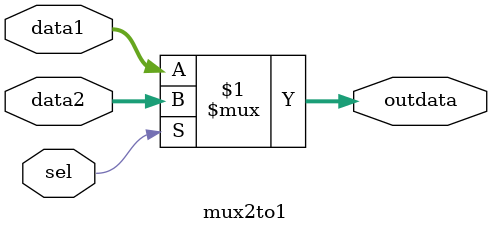
<source format=v>
module mux2to1 (input sel, input [31:0] data1, data2, output [31:0] outdata);
    assign outdata = sel ? data2 : data1;
endmodule

</source>
